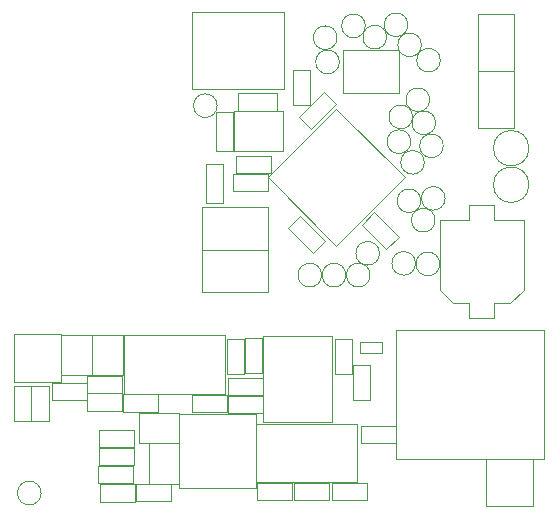
<source format=gbr>
%TF.GenerationSoftware,KiCad,Pcbnew,8.0.5-8.0.5-0~ubuntu24.04.1*%
%TF.CreationDate,2024-09-15T17:00:47-06:00*%
%TF.ProjectId,esp32-s3 single motor & battery controller,65737033-322d-4733-9320-73696e676c65,rev?*%
%TF.SameCoordinates,Original*%
%TF.FileFunction,Other,User*%
%FSLAX46Y46*%
G04 Gerber Fmt 4.6, Leading zero omitted, Abs format (unit mm)*
G04 Created by KiCad (PCBNEW 8.0.5-8.0.5-0~ubuntu24.04.1) date 2024-09-15 17:00:47*
%MOMM*%
%LPD*%
G01*
G04 APERTURE LIST*
%ADD10C,0.050000*%
G04 APERTURE END LIST*
D10*
%TO.C,C3*%
X125320000Y-98650000D02*
X126780000Y-98650000D01*
X125320000Y-101950000D02*
X125320000Y-98650000D01*
X126780000Y-98650000D02*
X126780000Y-101950000D01*
X126780000Y-101950000D02*
X125320000Y-101950000D01*
%TO.C,TP25*%
X142700000Y-92950000D02*
G75*
G02*
X140700000Y-92950000I-1000000J0D01*
G01*
X140700000Y-92950000D02*
G75*
G02*
X142700000Y-92950000I1000000J0D01*
G01*
%TO.C,Y1*%
X126800000Y-98550000D02*
X126800000Y-101950000D01*
X126800000Y-101950000D02*
X131000000Y-101950000D01*
X131000000Y-98550000D02*
X126800000Y-98550000D01*
X131000000Y-101950000D02*
X131000000Y-98550000D01*
%TO.C,TP12*%
X138350000Y-112450000D02*
G75*
G02*
X136350000Y-112450000I-1000000J0D01*
G01*
X136350000Y-112450000D02*
G75*
G02*
X138350000Y-112450000I1000000J0D01*
G01*
%TO.C,C9*%
X114420000Y-122470000D02*
X117380000Y-122470000D01*
X114420000Y-123930000D02*
X114420000Y-122470000D01*
X117380000Y-122470000D02*
X117380000Y-123930000D01*
X117380000Y-123930000D02*
X114420000Y-123930000D01*
%TO.C,J4*%
X147450000Y-95170000D02*
X147450000Y-100020000D01*
X147450000Y-100020000D02*
X150550000Y-100020000D01*
X150550000Y-95170000D02*
X147450000Y-95170000D01*
X150550000Y-100020000D02*
X150550000Y-95170000D01*
%TO.C,TP11*%
X136300000Y-112450000D02*
G75*
G02*
X134300000Y-112450000I-1000000J0D01*
G01*
X134300000Y-112450000D02*
G75*
G02*
X136300000Y-112450000I1000000J0D01*
G01*
%TO.C,R24*%
X126292548Y-122642800D02*
X129252548Y-122642800D01*
X126292548Y-124102800D02*
X126292548Y-122642800D01*
X129252548Y-122642800D02*
X129252548Y-124102800D01*
X129252548Y-124102800D02*
X126292548Y-124102800D01*
%TO.C,C21*%
X126720000Y-103870000D02*
X129680000Y-103870000D01*
X126720000Y-105330000D02*
X126720000Y-103870000D01*
X129680000Y-103870000D02*
X129680000Y-105330000D01*
X129680000Y-105330000D02*
X126720000Y-105330000D01*
%TO.C,R26*%
X115320000Y-128620000D02*
X118280000Y-128620000D01*
X115320000Y-130080000D02*
X115320000Y-128620000D01*
X118280000Y-128620000D02*
X118280000Y-130080000D01*
X118280000Y-130080000D02*
X115320000Y-130080000D01*
%TO.C,TP19*%
X143850000Y-107800000D02*
G75*
G02*
X141850000Y-107800000I-1000000J0D01*
G01*
X141850000Y-107800000D02*
G75*
G02*
X143850000Y-107800000I1000000J0D01*
G01*
%TO.C,C15*%
X128770000Y-130020000D02*
X131730000Y-130020000D01*
X128770000Y-131480000D02*
X128770000Y-130020000D01*
X131730000Y-130020000D02*
X131730000Y-131480000D01*
X131730000Y-131480000D02*
X128770000Y-131480000D01*
%TO.C,J1*%
X123250000Y-90170000D02*
X123250000Y-96730000D01*
X123250000Y-96730000D02*
X131050000Y-96730000D01*
X131050000Y-90170000D02*
X123250000Y-90170000D01*
X131050000Y-96730000D02*
X131050000Y-90170000D01*
%TO.C,TP6*%
X110500000Y-130900000D02*
G75*
G02*
X108500000Y-130900000I-1000000J0D01*
G01*
X108500000Y-130900000D02*
G75*
G02*
X110500000Y-130900000I1000000J0D01*
G01*
%TO.C,TP3*%
X142950000Y-102900000D02*
G75*
G02*
X140950000Y-102900000I-1000000J0D01*
G01*
X140950000Y-102900000D02*
G75*
G02*
X142950000Y-102900000I1000000J0D01*
G01*
%TO.C,R21*%
X131387294Y-108469670D02*
X132419670Y-107437294D01*
X132419670Y-107437294D02*
X134512706Y-109530330D01*
X133480330Y-110562706D02*
X131387294Y-108469670D01*
X134512706Y-109530330D02*
X133480330Y-110562706D01*
%TO.C,TP14*%
X144250000Y-111500000D02*
G75*
G02*
X142250000Y-111500000I-1000000J0D01*
G01*
X142250000Y-111500000D02*
G75*
G02*
X144250000Y-111500000I1000000J0D01*
G01*
%TO.C,R9*%
X117492548Y-117542800D02*
X126052548Y-117542800D01*
X117492548Y-122502800D02*
X117492548Y-117542800D01*
X126052548Y-117542800D02*
X126052548Y-122502800D01*
X126052548Y-122502800D02*
X117492548Y-122502800D01*
%TO.C,D3*%
X124420000Y-103050000D02*
X125880000Y-103050000D01*
X124420000Y-106350000D02*
X124420000Y-103050000D01*
X125880000Y-103050000D02*
X125880000Y-106350000D01*
X125880000Y-106350000D02*
X124420000Y-106350000D01*
%TO.C,TP28*%
X137950000Y-91350000D02*
G75*
G02*
X135950000Y-91350000I-1000000J0D01*
G01*
X135950000Y-91350000D02*
G75*
G02*
X137950000Y-91350000I1000000J0D01*
G01*
%TO.C,R1*%
X115470000Y-130170000D02*
X118430000Y-130170000D01*
X115470000Y-131630000D02*
X115470000Y-130170000D01*
X118430000Y-130170000D02*
X118430000Y-131630000D01*
X118430000Y-131630000D02*
X115470000Y-131630000D01*
%TO.C,Q1*%
X118800000Y-124100000D02*
X122200000Y-124100000D01*
X118800000Y-126700000D02*
X118800000Y-124100000D01*
X122200000Y-124100000D02*
X122200000Y-126700000D01*
X122200000Y-126700000D02*
X118800000Y-126700000D01*
%TO.C,C16*%
X131945000Y-130020000D02*
X134905000Y-130020000D01*
X131945000Y-131480000D02*
X131945000Y-130020000D01*
X134905000Y-130020000D02*
X134905000Y-131480000D01*
X134905000Y-131480000D02*
X131945000Y-131480000D01*
%TO.C,TP2*%
X144550000Y-101500000D02*
G75*
G02*
X142550000Y-101500000I-1000000J0D01*
G01*
X142550000Y-101500000D02*
G75*
G02*
X144550000Y-101500000I1000000J0D01*
G01*
%TO.C,TP8*%
X141950000Y-99050000D02*
G75*
G02*
X139950000Y-99050000I-1000000J0D01*
G01*
X139950000Y-99050000D02*
G75*
G02*
X141950000Y-99050000I1000000J0D01*
G01*
%TO.C,H6*%
X151800000Y-104800000D02*
G75*
G02*
X148800000Y-104800000I-1500000J0D01*
G01*
X148800000Y-104800000D02*
G75*
G02*
X151800000Y-104800000I1500000J0D01*
G01*
%TO.C,Q5*%
X112222548Y-117522800D02*
X114822548Y-117522800D01*
X112222548Y-120922800D02*
X112222548Y-117522800D01*
X114822548Y-117522800D02*
X114822548Y-120922800D01*
X114822548Y-120922800D02*
X112222548Y-120922800D01*
%TO.C,R25*%
X126292548Y-121142800D02*
X129252548Y-121142800D01*
X126292548Y-122602800D02*
X126292548Y-121142800D01*
X129252548Y-121142800D02*
X129252548Y-122602800D01*
X129252548Y-122602800D02*
X126292548Y-122602800D01*
%TO.C,C10*%
X117420000Y-122542800D02*
X120380000Y-122542800D01*
X117420000Y-124002800D02*
X117420000Y-122542800D01*
X120380000Y-122542800D02*
X120380000Y-124002800D01*
X120380000Y-124002800D02*
X117420000Y-124002800D01*
%TO.C,C5*%
X115420000Y-125570000D02*
X118380000Y-125570000D01*
X115420000Y-127030000D02*
X115420000Y-125570000D01*
X118380000Y-125570000D02*
X118380000Y-127030000D01*
X118380000Y-127030000D02*
X115420000Y-127030000D01*
%TO.C,TP9*%
X143400000Y-97600000D02*
G75*
G02*
X141400000Y-97600000I-1000000J0D01*
G01*
X141400000Y-97600000D02*
G75*
G02*
X143400000Y-97600000I1000000J0D01*
G01*
%TO.C,SW2*%
X124100000Y-110300000D02*
X129700000Y-110300000D01*
X124100000Y-113900000D02*
X124100000Y-110300000D01*
X129700000Y-110300000D02*
X129700000Y-113900000D01*
X129700000Y-113900000D02*
X124100000Y-113900000D01*
%TO.C,C25*%
X137637294Y-108169670D02*
X138669670Y-107137294D01*
X138669670Y-107137294D02*
X140762706Y-109230330D01*
X139730330Y-110262706D02*
X137637294Y-108169670D01*
X140762706Y-109230330D02*
X139730330Y-110262706D01*
%TO.C,L2*%
X122200000Y-130500000D02*
X128700000Y-130500000D01*
X128700000Y-124200000D01*
X122200000Y-124200000D01*
X122200000Y-130500000D01*
%TO.C,H3*%
X108172548Y-117472800D02*
X108172548Y-121472800D01*
X108172548Y-117472800D02*
X112172548Y-117472800D01*
X112172548Y-121472800D02*
X108172548Y-121472800D01*
X112172548Y-121472800D02*
X112172548Y-117472800D01*
%TO.C,TP21*%
X144700000Y-105950000D02*
G75*
G02*
X142700000Y-105950000I-1000000J0D01*
G01*
X142700000Y-105950000D02*
G75*
G02*
X144700000Y-105950000I1000000J0D01*
G01*
%TO.C,TP29*%
X135550000Y-92350000D02*
G75*
G02*
X133550000Y-92350000I-1000000J0D01*
G01*
X133550000Y-92350000D02*
G75*
G02*
X135550000Y-92350000I1000000J0D01*
G01*
%TO.C,J5*%
X140572548Y-117122800D02*
X140572548Y-128022800D01*
X140572548Y-128022800D02*
X153072548Y-128022800D01*
X153072548Y-117122800D02*
X140572548Y-117122800D01*
X153072548Y-128022800D02*
X153072548Y-117122800D01*
%TO.C,J3*%
X147450000Y-90300000D02*
X147450000Y-95150000D01*
X147450000Y-95150000D02*
X150550000Y-95150000D01*
X150550000Y-90300000D02*
X147450000Y-90300000D01*
X150550000Y-95150000D02*
X150550000Y-90300000D01*
%TO.C,C20*%
X127020000Y-102370000D02*
X129980000Y-102370000D01*
X127020000Y-103830000D02*
X127020000Y-102370000D01*
X129980000Y-102370000D02*
X129980000Y-103830000D01*
X129980000Y-103830000D02*
X127020000Y-103830000D01*
%TO.C,C8*%
X114420000Y-120970000D02*
X117380000Y-120970000D01*
X114420000Y-122430000D02*
X114420000Y-120970000D01*
X117380000Y-120970000D02*
X117380000Y-122430000D01*
X117380000Y-122430000D02*
X114420000Y-122430000D01*
%TO.C,R23*%
X118520000Y-130120000D02*
X121480000Y-130120000D01*
X118520000Y-131580000D02*
X118520000Y-130120000D01*
X121480000Y-130120000D02*
X121480000Y-131580000D01*
X121480000Y-131580000D02*
X118520000Y-131580000D01*
%TO.C,Q4*%
X114822548Y-117522800D02*
X117422548Y-117522800D01*
X114822548Y-120922800D02*
X114822548Y-117522800D01*
X117422548Y-117522800D02*
X117422548Y-120922800D01*
X117422548Y-120922800D02*
X114822548Y-120922800D01*
%TO.C,TP15*%
X142200000Y-111450000D02*
G75*
G02*
X140200000Y-111450000I-1000000J0D01*
G01*
X140200000Y-111450000D02*
G75*
G02*
X142200000Y-111450000I1000000J0D01*
G01*
%TO.C,TP10*%
X134250000Y-112450000D02*
G75*
G02*
X132250000Y-112450000I-1000000J0D01*
G01*
X132250000Y-112450000D02*
G75*
G02*
X134250000Y-112450000I1000000J0D01*
G01*
%TO.C,TP24*%
X144300000Y-94250000D02*
G75*
G02*
X142300000Y-94250000I-1000000J0D01*
G01*
X142300000Y-94250000D02*
G75*
G02*
X144300000Y-94250000I1000000J0D01*
G01*
%TO.C,C41*%
X144250000Y-107750000D02*
X146750000Y-107750000D01*
X144250000Y-113700000D02*
X144250000Y-107750000D01*
X145400000Y-114850000D02*
X144250000Y-113700000D01*
X145400000Y-114850000D02*
X146750000Y-114850000D01*
X146750000Y-106500000D02*
X148850000Y-106500000D01*
X146750000Y-107750000D02*
X146750000Y-106500000D01*
X146750000Y-114850000D02*
X146750000Y-116100000D01*
X146750000Y-116100000D02*
X148850000Y-116100000D01*
X148850000Y-106500000D02*
X148850000Y-107750000D01*
X148850000Y-107750000D02*
X151350000Y-107750000D01*
X148850000Y-114850000D02*
X150200000Y-114850000D01*
X148850000Y-116100000D02*
X148850000Y-114850000D01*
X150200000Y-114850000D02*
X151350000Y-113700000D01*
X151350000Y-113700000D02*
X151350000Y-107750000D01*
%TO.C,C11*%
X123309056Y-122584438D02*
X126269056Y-122584438D01*
X123309056Y-124044438D02*
X123309056Y-122584438D01*
X126269056Y-122584438D02*
X126269056Y-124044438D01*
X126269056Y-124044438D02*
X123309056Y-124044438D01*
%TO.C,SW1*%
X124100000Y-106700000D02*
X129700000Y-106700000D01*
X124100000Y-110300000D02*
X124100000Y-106700000D01*
X129700000Y-106700000D02*
X129700000Y-110300000D01*
X129700000Y-110300000D02*
X124100000Y-110300000D01*
%TO.C,U5*%
X129701724Y-104150000D02*
X135500000Y-109948276D01*
X135500000Y-98351724D02*
X129701724Y-104150000D01*
X135500000Y-109948276D02*
X141298276Y-104150000D01*
X141298276Y-104150000D02*
X135500000Y-98351724D01*
%TO.C,C14*%
X115370000Y-127070000D02*
X118330000Y-127070000D01*
X115370000Y-128530000D02*
X115370000Y-127070000D01*
X118330000Y-127070000D02*
X118330000Y-128530000D01*
X118330000Y-128530000D02*
X115370000Y-128530000D01*
%TO.C,TP30*%
X135750000Y-94400000D02*
G75*
G02*
X133750000Y-94400000I-1000000J0D01*
G01*
X133750000Y-94400000D02*
G75*
G02*
X135750000Y-94400000I1000000J0D01*
G01*
%TO.C,Q3*%
X135107548Y-117597800D02*
X129307548Y-117597800D01*
X129307548Y-124897800D01*
X135107548Y-124897800D01*
X135107548Y-117597800D01*
%TO.C,R12*%
X109670000Y-121820000D02*
X111130000Y-121820000D01*
X109670000Y-124780000D02*
X109670000Y-121820000D01*
X111130000Y-121820000D02*
X111130000Y-124780000D01*
X111130000Y-124780000D02*
X109670000Y-124780000D01*
%TO.C,Q2*%
X119600000Y-126700000D02*
X122200000Y-126700000D01*
X119600000Y-130100000D02*
X119600000Y-126700000D01*
X122200000Y-126700000D02*
X122200000Y-130100000D01*
X122200000Y-130100000D02*
X119600000Y-130100000D01*
%TO.C,TP27*%
X139750000Y-92300000D02*
G75*
G02*
X137750000Y-92300000I-1000000J0D01*
G01*
X137750000Y-92300000D02*
G75*
G02*
X139750000Y-92300000I1000000J0D01*
G01*
%TO.C,C22*%
X132337294Y-99030330D02*
X134430330Y-96937294D01*
X133369670Y-100062706D02*
X132337294Y-99030330D01*
X134430330Y-96937294D02*
X135462706Y-97969670D01*
X135462706Y-97969670D02*
X133369670Y-100062706D01*
%TO.C,H1*%
X148172548Y-128022800D02*
X148172548Y-132022800D01*
X148172548Y-128022800D02*
X152172548Y-128022800D01*
X152172548Y-132022800D02*
X148172548Y-132022800D01*
X152172548Y-132022800D02*
X152172548Y-128022800D01*
%TO.C,TP26*%
X141550000Y-91250000D02*
G75*
G02*
X139550000Y-91250000I-1000000J0D01*
G01*
X139550000Y-91250000D02*
G75*
G02*
X141550000Y-91250000I1000000J0D01*
G01*
%TO.C,C29*%
X127742548Y-117792800D02*
X129202548Y-117792800D01*
X127742548Y-120752800D02*
X127742548Y-117792800D01*
X129202548Y-117792800D02*
X129202548Y-120752800D01*
X129202548Y-120752800D02*
X127742548Y-120752800D01*
%TO.C,D5*%
X137470000Y-118130000D02*
X139330000Y-118130000D01*
X137470000Y-119070000D02*
X137470000Y-118130000D01*
X139330000Y-118130000D02*
X139330000Y-119070000D01*
X139330000Y-119070000D02*
X137470000Y-119070000D01*
%TO.C,C4*%
X127150000Y-97070000D02*
X130450000Y-97070000D01*
X127150000Y-98530000D02*
X127150000Y-97070000D01*
X130450000Y-97070000D02*
X130450000Y-98530000D01*
X130450000Y-98530000D02*
X127150000Y-98530000D01*
%TO.C,R16*%
X131820000Y-95120000D02*
X133280000Y-95120000D01*
X131820000Y-98080000D02*
X131820000Y-95120000D01*
X133280000Y-95120000D02*
X133280000Y-98080000D01*
X133280000Y-98080000D02*
X131820000Y-98080000D01*
%TO.C,TP18*%
X139150000Y-110600000D02*
G75*
G02*
X137150000Y-110600000I-1000000J0D01*
G01*
X137150000Y-110600000D02*
G75*
G02*
X139150000Y-110600000I1000000J0D01*
G01*
%TO.C,H5*%
X151800000Y-101700000D02*
G75*
G02*
X148800000Y-101700000I-1500000J0D01*
G01*
X148800000Y-101700000D02*
G75*
G02*
X151800000Y-101700000I1500000J0D01*
G01*
%TO.C,R31*%
X135370000Y-117820000D02*
X136830000Y-117820000D01*
X135370000Y-120780000D02*
X135370000Y-117820000D01*
X136830000Y-117820000D02*
X136830000Y-120780000D01*
X136830000Y-120780000D02*
X135370000Y-120780000D01*
%TO.C,C17*%
X135120000Y-130020000D02*
X138080000Y-130020000D01*
X135120000Y-131480000D02*
X135120000Y-130020000D01*
X138080000Y-130020000D02*
X138080000Y-131480000D01*
X138080000Y-131480000D02*
X135120000Y-131480000D01*
%TO.C,TP4*%
X141800000Y-101150000D02*
G75*
G02*
X139800000Y-101150000I-1000000J0D01*
G01*
X139800000Y-101150000D02*
G75*
G02*
X141800000Y-101150000I1000000J0D01*
G01*
%TO.C,R13*%
X108170000Y-121820000D02*
X109630000Y-121820000D01*
X108170000Y-124780000D02*
X108170000Y-121820000D01*
X109630000Y-121820000D02*
X109630000Y-124780000D01*
X109630000Y-124780000D02*
X108170000Y-124780000D01*
%TO.C,TP20*%
X142650000Y-106150000D02*
G75*
G02*
X140650000Y-106150000I-1000000J0D01*
G01*
X140650000Y-106150000D02*
G75*
G02*
X142650000Y-106150000I1000000J0D01*
G01*
%TO.C,U6*%
X136062500Y-93350000D02*
X136062500Y-97050000D01*
X136062500Y-97050000D02*
X140762500Y-97050000D01*
X140762500Y-93350000D02*
X136062500Y-93350000D01*
X140762500Y-97050000D02*
X140762500Y-93350000D01*
%TO.C,TP22*%
X125400000Y-98100000D02*
G75*
G02*
X123400000Y-98100000I-1000000J0D01*
G01*
X123400000Y-98100000D02*
G75*
G02*
X125400000Y-98100000I1000000J0D01*
G01*
%TO.C,C7*%
X111420000Y-121570000D02*
X114380000Y-121570000D01*
X111420000Y-123030000D02*
X111420000Y-121570000D01*
X114380000Y-121570000D02*
X114380000Y-123030000D01*
X114380000Y-123030000D02*
X111420000Y-123030000D01*
%TO.C,C30*%
X126242548Y-117817800D02*
X127702548Y-117817800D01*
X126242548Y-120777800D02*
X126242548Y-117817800D01*
X127702548Y-117817800D02*
X127702548Y-120777800D01*
X127702548Y-120777800D02*
X126242548Y-120777800D01*
%TO.C,R22*%
X128720000Y-125020000D02*
X137280000Y-125020000D01*
X128720000Y-129980000D02*
X128720000Y-125020000D01*
X137280000Y-125020000D02*
X137280000Y-129980000D01*
X137280000Y-129980000D02*
X128720000Y-129980000D01*
%TO.C,C35*%
X136870000Y-120020000D02*
X138330000Y-120020000D01*
X136870000Y-122980000D02*
X136870000Y-120020000D01*
X138330000Y-120020000D02*
X138330000Y-122980000D01*
X138330000Y-122980000D02*
X136870000Y-122980000D01*
%TO.C,R36*%
X137570000Y-125220000D02*
X140530000Y-125220000D01*
X137570000Y-126680000D02*
X137570000Y-125220000D01*
X140530000Y-125220000D02*
X140530000Y-126680000D01*
X140530000Y-126680000D02*
X137570000Y-126680000D01*
%TO.C,TP7*%
X143900000Y-99550000D02*
G75*
G02*
X141900000Y-99550000I-1000000J0D01*
G01*
X141900000Y-99550000D02*
G75*
G02*
X143900000Y-99550000I1000000J0D01*
G01*
%TD*%
M02*

</source>
